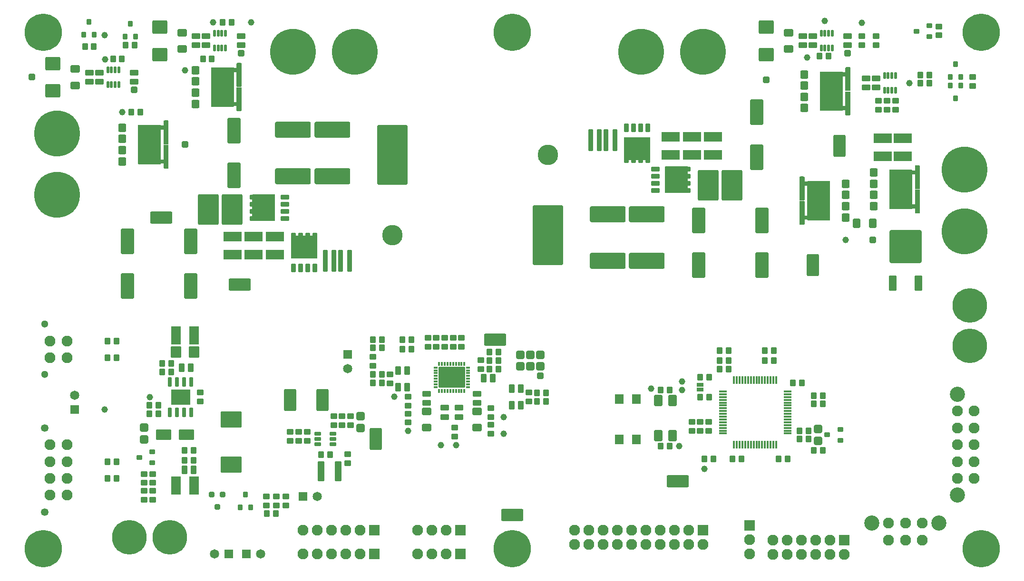
<source format=gts>
G04*
G04 #@! TF.GenerationSoftware,Altium Limited,Altium Designer,24.10.1 (45)*
G04*
G04 Layer_Color=8388736*
%FSLAX25Y25*%
%MOIN*%
G70*
G04*
G04 #@! TF.SameCoordinates,8297811D-FD7C-4D97-94B9-FAC798D6AB2D*
G04*
G04*
G04 #@! TF.FilePolarity,Negative*
G04*
G01*
G75*
G04:AMPARAMS|DCode=62|XSize=49.21mil|YSize=41.34mil|CornerRadius=5.61mil|HoleSize=0mil|Usage=FLASHONLY|Rotation=270.000|XOffset=0mil|YOffset=0mil|HoleType=Round|Shape=RoundedRectangle|*
%AMROUNDEDRECTD62*
21,1,0.04921,0.03012,0,0,270.0*
21,1,0.03799,0.04134,0,0,270.0*
1,1,0.01122,-0.01506,-0.01900*
1,1,0.01122,-0.01506,0.01900*
1,1,0.01122,0.01506,0.01900*
1,1,0.01122,0.01506,-0.01900*
%
%ADD62ROUNDEDRECTD62*%
G04:AMPARAMS|DCode=63|XSize=49.21mil|YSize=41.34mil|CornerRadius=5.61mil|HoleSize=0mil|Usage=FLASHONLY|Rotation=180.000|XOffset=0mil|YOffset=0mil|HoleType=Round|Shape=RoundedRectangle|*
%AMROUNDEDRECTD63*
21,1,0.04921,0.03012,0,0,180.0*
21,1,0.03799,0.04134,0,0,180.0*
1,1,0.01122,-0.01900,0.01506*
1,1,0.01122,0.01900,0.01506*
1,1,0.01122,0.01900,-0.01506*
1,1,0.01122,-0.01900,-0.01506*
%
%ADD63ROUNDEDRECTD63*%
G04:AMPARAMS|DCode=64|XSize=33.86mil|YSize=29.13mil|CornerRadius=5.86mil|HoleSize=0mil|Usage=FLASHONLY|Rotation=270.000|XOffset=0mil|YOffset=0mil|HoleType=Round|Shape=RoundedRectangle|*
%AMROUNDEDRECTD64*
21,1,0.03386,0.01742,0,0,270.0*
21,1,0.02215,0.02913,0,0,270.0*
1,1,0.01171,-0.00871,-0.01107*
1,1,0.01171,-0.00871,0.01107*
1,1,0.01171,0.00871,0.01107*
1,1,0.01171,0.00871,-0.01107*
%
%ADD64ROUNDEDRECTD64*%
G04:AMPARAMS|DCode=65|XSize=33.86mil|YSize=59.92mil|CornerRadius=6.45mil|HoleSize=0mil|Usage=FLASHONLY|Rotation=90.000|XOffset=0mil|YOffset=0mil|HoleType=Round|Shape=RoundedRectangle|*
%AMROUNDEDRECTD65*
21,1,0.03386,0.04703,0,0,90.0*
21,1,0.02097,0.05992,0,0,90.0*
1,1,0.01289,0.02351,0.01048*
1,1,0.01289,0.02351,-0.01048*
1,1,0.01289,-0.02351,-0.01048*
1,1,0.01289,-0.02351,0.01048*
%
%ADD65ROUNDEDRECTD65*%
G04:AMPARAMS|DCode=66|XSize=56.3mil|YSize=57.09mil|CornerRadius=9.25mil|HoleSize=0mil|Usage=FLASHONLY|Rotation=0.000|XOffset=0mil|YOffset=0mil|HoleType=Round|Shape=RoundedRectangle|*
%AMROUNDEDRECTD66*
21,1,0.05630,0.03858,0,0,0.0*
21,1,0.03780,0.05709,0,0,0.0*
1,1,0.01850,0.01890,-0.01929*
1,1,0.01850,-0.01890,-0.01929*
1,1,0.01850,-0.01890,0.01929*
1,1,0.01850,0.01890,0.01929*
%
%ADD66ROUNDEDRECTD66*%
G04:AMPARAMS|DCode=67|XSize=155.51mil|YSize=84.65mil|CornerRadius=8.86mil|HoleSize=0mil|Usage=FLASHONLY|Rotation=270.000|XOffset=0mil|YOffset=0mil|HoleType=Round|Shape=RoundedRectangle|*
%AMROUNDEDRECTD67*
21,1,0.15551,0.06693,0,0,270.0*
21,1,0.13780,0.08465,0,0,270.0*
1,1,0.01772,-0.03347,-0.06890*
1,1,0.01772,-0.03347,0.06890*
1,1,0.01772,0.03347,0.06890*
1,1,0.01772,0.03347,-0.06890*
%
%ADD67ROUNDEDRECTD67*%
G04:AMPARAMS|DCode=68|XSize=27.56mil|YSize=64.96mil|CornerRadius=4.92mil|HoleSize=0mil|Usage=FLASHONLY|Rotation=0.000|XOffset=0mil|YOffset=0mil|HoleType=Round|Shape=RoundedRectangle|*
%AMROUNDEDRECTD68*
21,1,0.02756,0.05512,0,0,0.0*
21,1,0.01772,0.06496,0,0,0.0*
1,1,0.00984,0.00886,-0.02756*
1,1,0.00984,-0.00886,-0.02756*
1,1,0.00984,-0.00886,0.02756*
1,1,0.00984,0.00886,0.02756*
%
%ADD68ROUNDEDRECTD68*%
G04:AMPARAMS|DCode=69|XSize=148.82mil|YSize=215.75mil|CornerRadius=13.67mil|HoleSize=0mil|Usage=FLASHONLY|Rotation=180.000|XOffset=0mil|YOffset=0mil|HoleType=Round|Shape=RoundedRectangle|*
%AMROUNDEDRECTD69*
21,1,0.14882,0.18840,0,0,180.0*
21,1,0.12148,0.21575,0,0,180.0*
1,1,0.02734,-0.06074,0.09420*
1,1,0.02734,0.06074,0.09420*
1,1,0.02734,0.06074,-0.09420*
1,1,0.02734,-0.06074,-0.09420*
%
%ADD69ROUNDEDRECTD69*%
G04:AMPARAMS|DCode=70|XSize=33.86mil|YSize=59.92mil|CornerRadius=6.45mil|HoleSize=0mil|Usage=FLASHONLY|Rotation=180.000|XOffset=0mil|YOffset=0mil|HoleType=Round|Shape=RoundedRectangle|*
%AMROUNDEDRECTD70*
21,1,0.03386,0.04703,0,0,180.0*
21,1,0.02097,0.05992,0,0,180.0*
1,1,0.01289,-0.01048,0.02351*
1,1,0.01289,0.01048,0.02351*
1,1,0.01289,0.01048,-0.02351*
1,1,0.01289,-0.01048,-0.02351*
%
%ADD70ROUNDEDRECTD70*%
G04:AMPARAMS|DCode=71|XSize=33.86mil|YSize=29.13mil|CornerRadius=5.86mil|HoleSize=0mil|Usage=FLASHONLY|Rotation=0.000|XOffset=0mil|YOffset=0mil|HoleType=Round|Shape=RoundedRectangle|*
%AMROUNDEDRECTD71*
21,1,0.03386,0.01742,0,0,0.0*
21,1,0.02215,0.02913,0,0,0.0*
1,1,0.01171,0.01107,-0.00871*
1,1,0.01171,-0.01107,-0.00871*
1,1,0.01171,-0.01107,0.00871*
1,1,0.01171,0.01107,0.00871*
%
%ADD71ROUNDEDRECTD71*%
G04:AMPARAMS|DCode=72|XSize=92.52mil|YSize=179.13mil|CornerRadius=9.45mil|HoleSize=0mil|Usage=FLASHONLY|Rotation=180.000|XOffset=0mil|YOffset=0mil|HoleType=Round|Shape=RoundedRectangle|*
%AMROUNDEDRECTD72*
21,1,0.09252,0.16024,0,0,180.0*
21,1,0.07362,0.17913,0,0,180.0*
1,1,0.01890,-0.03681,0.08012*
1,1,0.01890,0.03681,0.08012*
1,1,0.01890,0.03681,-0.08012*
1,1,0.01890,-0.03681,-0.08012*
%
%ADD72ROUNDEDRECTD72*%
G04:AMPARAMS|DCode=73|XSize=155.51mil|YSize=84.65mil|CornerRadius=8.86mil|HoleSize=0mil|Usage=FLASHONLY|Rotation=180.000|XOffset=0mil|YOffset=0mil|HoleType=Round|Shape=RoundedRectangle|*
%AMROUNDEDRECTD73*
21,1,0.15551,0.06693,0,0,180.0*
21,1,0.13780,0.08465,0,0,180.0*
1,1,0.01772,-0.06890,0.03347*
1,1,0.01772,0.06890,0.03347*
1,1,0.01772,0.06890,-0.03347*
1,1,0.01772,-0.06890,-0.03347*
%
%ADD73ROUNDEDRECTD73*%
G04:AMPARAMS|DCode=74|XSize=112.21mil|YSize=250mil|CornerRadius=10.93mil|HoleSize=0mil|Usage=FLASHONLY|Rotation=270.000|XOffset=0mil|YOffset=0mil|HoleType=Round|Shape=RoundedRectangle|*
%AMROUNDEDRECTD74*
21,1,0.11221,0.22815,0,0,270.0*
21,1,0.09035,0.25000,0,0,270.0*
1,1,0.02185,-0.11408,-0.04518*
1,1,0.02185,-0.11408,0.04518*
1,1,0.02185,0.11408,0.04518*
1,1,0.02185,0.11408,-0.04518*
%
%ADD74ROUNDEDRECTD74*%
G04:AMPARAMS|DCode=75|XSize=31.5mil|YSize=43.31mil|CornerRadius=6.15mil|HoleSize=0mil|Usage=FLASHONLY|Rotation=180.000|XOffset=0mil|YOffset=0mil|HoleType=Round|Shape=RoundedRectangle|*
%AMROUNDEDRECTD75*
21,1,0.03150,0.03100,0,0,180.0*
21,1,0.01919,0.04331,0,0,180.0*
1,1,0.01230,-0.00960,0.01550*
1,1,0.01230,0.00960,0.01550*
1,1,0.01230,0.00960,-0.01550*
1,1,0.01230,-0.00960,-0.01550*
%
%ADD75ROUNDEDRECTD75*%
G04:AMPARAMS|DCode=76|XSize=31.5mil|YSize=43.31mil|CornerRadius=6.15mil|HoleSize=0mil|Usage=FLASHONLY|Rotation=270.000|XOffset=0mil|YOffset=0mil|HoleType=Round|Shape=RoundedRectangle|*
%AMROUNDEDRECTD76*
21,1,0.03150,0.03100,0,0,270.0*
21,1,0.01919,0.04331,0,0,270.0*
1,1,0.01230,-0.01550,-0.00960*
1,1,0.01230,-0.01550,0.00960*
1,1,0.01230,0.01550,0.00960*
1,1,0.01230,0.01550,-0.00960*
%
%ADD76ROUNDEDRECTD76*%
G04:AMPARAMS|DCode=77|XSize=49.21mil|YSize=41.34mil|CornerRadius=6.5mil|HoleSize=0mil|Usage=FLASHONLY|Rotation=90.000|XOffset=0mil|YOffset=0mil|HoleType=Round|Shape=RoundedRectangle|*
%AMROUNDEDRECTD77*
21,1,0.04921,0.02835,0,0,90.0*
21,1,0.03622,0.04134,0,0,90.0*
1,1,0.01299,0.01417,0.01811*
1,1,0.01299,0.01417,-0.01811*
1,1,0.01299,-0.01417,-0.01811*
1,1,0.01299,-0.01417,0.01811*
%
%ADD77ROUNDEDRECTD77*%
G04:AMPARAMS|DCode=78|XSize=68.9mil|YSize=61.02mil|CornerRadius=7.09mil|HoleSize=0mil|Usage=FLASHONLY|Rotation=90.000|XOffset=0mil|YOffset=0mil|HoleType=Round|Shape=RoundedRectangle|*
%AMROUNDEDRECTD78*
21,1,0.06890,0.04685,0,0,90.0*
21,1,0.05472,0.06102,0,0,90.0*
1,1,0.01417,0.02343,0.02736*
1,1,0.01417,0.02343,-0.02736*
1,1,0.01417,-0.02343,-0.02736*
1,1,0.01417,-0.02343,0.02736*
%
%ADD78ROUNDEDRECTD78*%
G04:AMPARAMS|DCode=79|XSize=110.24mil|YSize=147.64mil|CornerRadius=4.92mil|HoleSize=0mil|Usage=FLASHONLY|Rotation=270.000|XOffset=0mil|YOffset=0mil|HoleType=Round|Shape=RoundedRectangle|*
%AMROUNDEDRECTD79*
21,1,0.11024,0.13780,0,0,270.0*
21,1,0.10039,0.14764,0,0,270.0*
1,1,0.00984,-0.06890,-0.05020*
1,1,0.00984,-0.06890,0.05020*
1,1,0.00984,0.06890,0.05020*
1,1,0.00984,0.06890,-0.05020*
%
%ADD79ROUNDEDRECTD79*%
G04:AMPARAMS|DCode=80|XSize=57.09mil|YSize=57.09mil|CornerRadius=8.07mil|HoleSize=0mil|Usage=FLASHONLY|Rotation=270.000|XOffset=0mil|YOffset=0mil|HoleType=Round|Shape=RoundedRectangle|*
%AMROUNDEDRECTD80*
21,1,0.05709,0.04095,0,0,270.0*
21,1,0.04095,0.05709,0,0,270.0*
1,1,0.01614,-0.02047,-0.02047*
1,1,0.01614,-0.02047,0.02047*
1,1,0.01614,0.02047,0.02047*
1,1,0.01614,0.02047,-0.02047*
%
%ADD80ROUNDEDRECTD80*%
G04:AMPARAMS|DCode=81|XSize=37.4mil|YSize=41.34mil|CornerRadius=6.89mil|HoleSize=0mil|Usage=FLASHONLY|Rotation=0.000|XOffset=0mil|YOffset=0mil|HoleType=Round|Shape=RoundedRectangle|*
%AMROUNDEDRECTD81*
21,1,0.03740,0.02756,0,0,0.0*
21,1,0.02362,0.04134,0,0,0.0*
1,1,0.01378,0.01181,-0.01378*
1,1,0.01378,-0.01181,-0.01378*
1,1,0.01378,-0.01181,0.01378*
1,1,0.01378,0.01181,0.01378*
%
%ADD81ROUNDEDRECTD81*%
G04:AMPARAMS|DCode=82|XSize=78.74mil|YSize=59.06mil|CornerRadius=8.86mil|HoleSize=0mil|Usage=FLASHONLY|Rotation=270.000|XOffset=0mil|YOffset=0mil|HoleType=Round|Shape=RoundedRectangle|*
%AMROUNDEDRECTD82*
21,1,0.07874,0.04134,0,0,270.0*
21,1,0.06102,0.05906,0,0,270.0*
1,1,0.01772,-0.02067,-0.03051*
1,1,0.01772,-0.02067,0.03051*
1,1,0.01772,0.02067,0.03051*
1,1,0.01772,0.02067,-0.03051*
%
%ADD82ROUNDEDRECTD82*%
%ADD83C,0.04528*%
G04:AMPARAMS|DCode=84|XSize=26.57mil|YSize=48.82mil|CornerRadius=3.67mil|HoleSize=0mil|Usage=FLASHONLY|Rotation=90.000|XOffset=0mil|YOffset=0mil|HoleType=Round|Shape=RoundedRectangle|*
%AMROUNDEDRECTD84*
21,1,0.02657,0.04149,0,0,90.0*
21,1,0.01924,0.04882,0,0,90.0*
1,1,0.00733,0.02074,0.00962*
1,1,0.00733,0.02074,-0.00962*
1,1,0.00733,-0.02074,-0.00962*
1,1,0.00733,-0.02074,0.00962*
%
%ADD84ROUNDEDRECTD84*%
G04:AMPARAMS|DCode=85|XSize=15.75mil|YSize=51.18mil|CornerRadius=3.45mil|HoleSize=0mil|Usage=FLASHONLY|Rotation=90.000|XOffset=0mil|YOffset=0mil|HoleType=Round|Shape=RoundedRectangle|*
%AMROUNDEDRECTD85*
21,1,0.01575,0.04429,0,0,90.0*
21,1,0.00886,0.05118,0,0,90.0*
1,1,0.00689,0.02215,0.00443*
1,1,0.00689,0.02215,-0.00443*
1,1,0.00689,-0.02215,-0.00443*
1,1,0.00689,-0.02215,0.00443*
%
%ADD85ROUNDEDRECTD85*%
G04:AMPARAMS|DCode=86|XSize=15.75mil|YSize=51.18mil|CornerRadius=3.45mil|HoleSize=0mil|Usage=FLASHONLY|Rotation=0.000|XOffset=0mil|YOffset=0mil|HoleType=Round|Shape=RoundedRectangle|*
%AMROUNDEDRECTD86*
21,1,0.01575,0.04429,0,0,0.0*
21,1,0.00886,0.05118,0,0,0.0*
1,1,0.00689,0.00443,-0.02215*
1,1,0.00689,-0.00443,-0.02215*
1,1,0.00689,-0.00443,0.02215*
1,1,0.00689,0.00443,0.02215*
%
%ADD86ROUNDEDRECTD86*%
G04:AMPARAMS|DCode=87|XSize=49.21mil|YSize=41.34mil|CornerRadius=6.5mil|HoleSize=0mil|Usage=FLASHONLY|Rotation=0.000|XOffset=0mil|YOffset=0mil|HoleType=Round|Shape=RoundedRectangle|*
%AMROUNDEDRECTD87*
21,1,0.04921,0.02835,0,0,0.0*
21,1,0.03622,0.04134,0,0,0.0*
1,1,0.01299,0.01811,-0.01417*
1,1,0.01299,-0.01811,-0.01417*
1,1,0.01299,-0.01811,0.01417*
1,1,0.01299,0.01811,0.01417*
%
%ADD87ROUNDEDRECTD87*%
G04:AMPARAMS|DCode=88|XSize=49.21mil|YSize=139.76mil|CornerRadius=4.92mil|HoleSize=0mil|Usage=FLASHONLY|Rotation=0.000|XOffset=0mil|YOffset=0mil|HoleType=Round|Shape=RoundedRectangle|*
%AMROUNDEDRECTD88*
21,1,0.04921,0.12992,0,0,0.0*
21,1,0.03937,0.13976,0,0,0.0*
1,1,0.00984,0.01968,-0.06496*
1,1,0.00984,-0.01968,-0.06496*
1,1,0.00984,-0.01968,0.06496*
1,1,0.00984,0.01968,0.06496*
%
%ADD88ROUNDEDRECTD88*%
G04:AMPARAMS|DCode=89|XSize=68.9mil|YSize=129.92mil|CornerRadius=7.68mil|HoleSize=0mil|Usage=FLASHONLY|Rotation=0.000|XOffset=0mil|YOffset=0mil|HoleType=Round|Shape=RoundedRectangle|*
%AMROUNDEDRECTD89*
21,1,0.06890,0.11457,0,0,0.0*
21,1,0.05354,0.12992,0,0,0.0*
1,1,0.01535,0.02677,-0.05728*
1,1,0.01535,-0.02677,-0.05728*
1,1,0.01535,-0.02677,0.05728*
1,1,0.01535,0.02677,0.05728*
%
%ADD89ROUNDEDRECTD89*%
G04:AMPARAMS|DCode=90|XSize=61.02mil|YSize=41.34mil|CornerRadius=5.61mil|HoleSize=0mil|Usage=FLASHONLY|Rotation=90.000|XOffset=0mil|YOffset=0mil|HoleType=Round|Shape=RoundedRectangle|*
%AMROUNDEDRECTD90*
21,1,0.06102,0.03012,0,0,90.0*
21,1,0.04980,0.04134,0,0,90.0*
1,1,0.01122,0.01506,0.02490*
1,1,0.01122,0.01506,-0.02490*
1,1,0.01122,-0.01506,-0.02490*
1,1,0.01122,-0.01506,0.02490*
%
%ADD90ROUNDEDRECTD90*%
G04:AMPARAMS|DCode=91|XSize=29.53mil|YSize=45.28mil|CornerRadius=4.96mil|HoleSize=0mil|Usage=FLASHONLY|Rotation=270.000|XOffset=0mil|YOffset=0mil|HoleType=Round|Shape=RoundedRectangle|*
%AMROUNDEDRECTD91*
21,1,0.02953,0.03535,0,0,270.0*
21,1,0.01961,0.04528,0,0,270.0*
1,1,0.00992,-0.01768,-0.00980*
1,1,0.00992,-0.01768,0.00980*
1,1,0.00992,0.01768,0.00980*
1,1,0.00992,0.01768,-0.00980*
%
%ADD91ROUNDEDRECTD91*%
G04:AMPARAMS|DCode=92|XSize=55.12mil|YSize=108.27mil|CornerRadius=6.64mil|HoleSize=0mil|Usage=FLASHONLY|Rotation=0.000|XOffset=0mil|YOffset=0mil|HoleType=Round|Shape=RoundedRectangle|*
%AMROUNDEDRECTD92*
21,1,0.05512,0.09498,0,0,0.0*
21,1,0.04183,0.10827,0,0,0.0*
1,1,0.01329,0.02092,-0.04749*
1,1,0.01329,-0.02092,-0.04749*
1,1,0.01329,-0.02092,0.04749*
1,1,0.01329,0.02092,0.04749*
%
%ADD92ROUNDEDRECTD92*%
G04:AMPARAMS|DCode=93|XSize=224.41mil|YSize=230.32mil|CornerRadius=8.41mil|HoleSize=0mil|Usage=FLASHONLY|Rotation=0.000|XOffset=0mil|YOffset=0mil|HoleType=Round|Shape=RoundedRectangle|*
%AMROUNDEDRECTD93*
21,1,0.22441,0.21348,0,0,0.0*
21,1,0.20758,0.23032,0,0,0.0*
1,1,0.01683,0.10379,-0.10674*
1,1,0.01683,-0.10379,-0.10674*
1,1,0.01683,-0.10379,0.10674*
1,1,0.01683,0.10379,0.10674*
%
%ADD93ROUNDEDRECTD93*%
G04:AMPARAMS|DCode=94|XSize=61.02mil|YSize=41.34mil|CornerRadius=5.61mil|HoleSize=0mil|Usage=FLASHONLY|Rotation=180.000|XOffset=0mil|YOffset=0mil|HoleType=Round|Shape=RoundedRectangle|*
%AMROUNDEDRECTD94*
21,1,0.06102,0.03012,0,0,180.0*
21,1,0.04980,0.04134,0,0,180.0*
1,1,0.01122,-0.02490,0.01506*
1,1,0.01122,0.02490,0.01506*
1,1,0.01122,0.02490,-0.01506*
1,1,0.01122,-0.02490,-0.01506*
%
%ADD94ROUNDEDRECTD94*%
G04:AMPARAMS|DCode=95|XSize=68.9mil|YSize=129.92mil|CornerRadius=7.68mil|HoleSize=0mil|Usage=FLASHONLY|Rotation=90.000|XOffset=0mil|YOffset=0mil|HoleType=Round|Shape=RoundedRectangle|*
%AMROUNDEDRECTD95*
21,1,0.06890,0.11457,0,0,90.0*
21,1,0.05354,0.12992,0,0,90.0*
1,1,0.01535,0.05728,0.02677*
1,1,0.01535,0.05728,-0.02677*
1,1,0.01535,-0.05728,-0.02677*
1,1,0.01535,-0.05728,0.02677*
%
%ADD95ROUNDEDRECTD95*%
G04:AMPARAMS|DCode=96|XSize=80.71mil|YSize=74.8mil|CornerRadius=9.84mil|HoleSize=0mil|Usage=FLASHONLY|Rotation=270.000|XOffset=0mil|YOffset=0mil|HoleType=Round|Shape=RoundedRectangle|*
%AMROUNDEDRECTD96*
21,1,0.08071,0.05512,0,0,270.0*
21,1,0.06102,0.07480,0,0,270.0*
1,1,0.01968,-0.02756,-0.03051*
1,1,0.01968,-0.02756,0.03051*
1,1,0.01968,0.02756,0.03051*
1,1,0.01968,0.02756,-0.03051*
%
%ADD96ROUNDEDRECTD96*%
G04:AMPARAMS|DCode=97|XSize=104.33mil|YSize=72.84mil|CornerRadius=4.92mil|HoleSize=0mil|Usage=FLASHONLY|Rotation=180.000|XOffset=0mil|YOffset=0mil|HoleType=Round|Shape=RoundedRectangle|*
%AMROUNDEDRECTD97*
21,1,0.10433,0.06299,0,0,180.0*
21,1,0.09449,0.07284,0,0,180.0*
1,1,0.00984,-0.04724,0.03150*
1,1,0.00984,0.04724,0.03150*
1,1,0.00984,0.04724,-0.03150*
1,1,0.00984,-0.04724,-0.03150*
%
%ADD97ROUNDEDRECTD97*%
G04:AMPARAMS|DCode=98|XSize=35.91mil|YSize=151.89mil|CornerRadius=5.2mil|HoleSize=0mil|Usage=FLASHONLY|Rotation=0.000|XOffset=0mil|YOffset=0mil|HoleType=Round|Shape=RoundedRectangle|*
%AMROUNDEDRECTD98*
21,1,0.03591,0.14148,0,0,0.0*
21,1,0.02550,0.15189,0,0,0.0*
1,1,0.01041,0.01275,-0.07074*
1,1,0.01041,-0.01275,-0.07074*
1,1,0.01041,-0.01275,0.07074*
1,1,0.01041,0.01275,0.07074*
%
%ADD98ROUNDEDRECTD98*%
G04:AMPARAMS|DCode=99|XSize=53.15mil|YSize=64.96mil|CornerRadius=6.5mil|HoleSize=0mil|Usage=FLASHONLY|Rotation=270.000|XOffset=0mil|YOffset=0mil|HoleType=Round|Shape=RoundedRectangle|*
%AMROUNDEDRECTD99*
21,1,0.05315,0.05197,0,0,270.0*
21,1,0.04016,0.06496,0,0,270.0*
1,1,0.01299,-0.02598,-0.02008*
1,1,0.01299,-0.02598,0.02008*
1,1,0.01299,0.02598,0.02008*
1,1,0.01299,0.02598,-0.02008*
%
%ADD99ROUNDEDRECTD99*%
G04:AMPARAMS|DCode=100|XSize=145.67mil|YSize=185.04mil|CornerRadius=3.94mil|HoleSize=0mil|Usage=FLASHONLY|Rotation=270.000|XOffset=0mil|YOffset=0mil|HoleType=Round|Shape=RoundedRectangle|*
%AMROUNDEDRECTD100*
21,1,0.14567,0.17717,0,0,270.0*
21,1,0.13780,0.18504,0,0,270.0*
1,1,0.00787,-0.08858,-0.06890*
1,1,0.00787,-0.08858,0.06890*
1,1,0.00787,0.08858,0.06890*
1,1,0.00787,0.08858,-0.06890*
%
%ADD100ROUNDEDRECTD100*%
G04:AMPARAMS|DCode=101|XSize=27.56mil|YSize=13.78mil|CornerRadius=3.2mil|HoleSize=0mil|Usage=FLASHONLY|Rotation=180.000|XOffset=0mil|YOffset=0mil|HoleType=Round|Shape=RoundedRectangle|*
%AMROUNDEDRECTD101*
21,1,0.02756,0.00738,0,0,180.0*
21,1,0.02116,0.01378,0,0,180.0*
1,1,0.00640,-0.01058,0.00369*
1,1,0.00640,0.01058,0.00369*
1,1,0.00640,0.01058,-0.00369*
1,1,0.00640,-0.01058,-0.00369*
%
%ADD101ROUNDEDRECTD101*%
G04:AMPARAMS|DCode=102|XSize=27.56mil|YSize=13.78mil|CornerRadius=3.2mil|HoleSize=0mil|Usage=FLASHONLY|Rotation=90.000|XOffset=0mil|YOffset=0mil|HoleType=Round|Shape=RoundedRectangle|*
%AMROUNDEDRECTD102*
21,1,0.02756,0.00738,0,0,90.0*
21,1,0.02116,0.01378,0,0,90.0*
1,1,0.00640,0.00369,0.01058*
1,1,0.00640,0.00369,-0.01058*
1,1,0.00640,-0.00369,-0.01058*
1,1,0.00640,-0.00369,0.01058*
%
%ADD102ROUNDEDRECTD102*%
G04:AMPARAMS|DCode=103|XSize=21.65mil|YSize=45.28mil|CornerRadius=4.18mil|HoleSize=0mil|Usage=FLASHONLY|Rotation=0.000|XOffset=0mil|YOffset=0mil|HoleType=Round|Shape=RoundedRectangle|*
%AMROUNDEDRECTD103*
21,1,0.02165,0.03691,0,0,0.0*
21,1,0.01329,0.04528,0,0,0.0*
1,1,0.00837,0.00664,-0.01846*
1,1,0.00837,-0.00664,-0.01846*
1,1,0.00837,-0.00664,0.01846*
1,1,0.00837,0.00664,0.01846*
%
%ADD103ROUNDEDRECTD103*%
G04:AMPARAMS|DCode=104|XSize=53.15mil|YSize=64.96mil|CornerRadius=6.5mil|HoleSize=0mil|Usage=FLASHONLY|Rotation=0.000|XOffset=0mil|YOffset=0mil|HoleType=Round|Shape=RoundedRectangle|*
%AMROUNDEDRECTD104*
21,1,0.05315,0.05197,0,0,0.0*
21,1,0.04016,0.06496,0,0,0.0*
1,1,0.01299,0.02008,-0.02598*
1,1,0.01299,-0.02008,-0.02598*
1,1,0.01299,-0.02008,0.02598*
1,1,0.01299,0.02008,0.02598*
%
%ADD104ROUNDEDRECTD104*%
G04:AMPARAMS|DCode=105|XSize=45.28mil|YSize=45.28mil|CornerRadius=6.89mil|HoleSize=0mil|Usage=FLASHONLY|Rotation=0.000|XOffset=0mil|YOffset=0mil|HoleType=Round|Shape=RoundedRectangle|*
%AMROUNDEDRECTD105*
21,1,0.04528,0.03150,0,0,0.0*
21,1,0.03150,0.04528,0,0,0.0*
1,1,0.01378,0.01575,-0.01575*
1,1,0.01378,-0.01575,-0.01575*
1,1,0.01378,-0.01575,0.01575*
1,1,0.01378,0.01575,0.01575*
%
%ADD105ROUNDEDRECTD105*%
G04:AMPARAMS|DCode=106|XSize=96.46mil|YSize=104.33mil|CornerRadius=9.74mil|HoleSize=0mil|Usage=FLASHONLY|Rotation=90.000|XOffset=0mil|YOffset=0mil|HoleType=Round|Shape=RoundedRectangle|*
%AMROUNDEDRECTD106*
21,1,0.09646,0.08484,0,0,90.0*
21,1,0.07697,0.10433,0,0,90.0*
1,1,0.01949,0.04242,0.03848*
1,1,0.01949,0.04242,-0.03848*
1,1,0.01949,-0.04242,-0.03848*
1,1,0.01949,-0.04242,0.03848*
%
%ADD106ROUNDEDRECTD106*%
G04:AMPARAMS|DCode=107|XSize=45.28mil|YSize=45.28mil|CornerRadius=6.89mil|HoleSize=0mil|Usage=FLASHONLY|Rotation=90.000|XOffset=0mil|YOffset=0mil|HoleType=Round|Shape=RoundedRectangle|*
%AMROUNDEDRECTD107*
21,1,0.04528,0.03150,0,0,90.0*
21,1,0.03150,0.04528,0,0,90.0*
1,1,0.01378,0.01575,0.01575*
1,1,0.01378,0.01575,-0.01575*
1,1,0.01378,-0.01575,-0.01575*
1,1,0.01378,-0.01575,0.01575*
%
%ADD107ROUNDEDRECTD107*%
%ADD108C,0.07677*%
%ADD109R,0.07677X0.07677*%
%ADD110R,0.06496X0.06496*%
%ADD111C,0.06496*%
%ADD112R,0.06496X0.06496*%
%ADD113C,0.32087*%
%ADD114C,0.24213*%
%ADD115C,0.05315*%
%ADD116C,0.05118*%
G04:AMPARAMS|DCode=117|XSize=419.29mil|YSize=210.63mil|CornerRadius=8.07mil|HoleSize=0mil|Usage=FLASHONLY|Rotation=270.000|XOffset=0mil|YOffset=0mil|HoleType=Round|Shape=RoundedRectangle|*
%AMROUNDEDRECTD117*
21,1,0.41929,0.19449,0,0,270.0*
21,1,0.40315,0.21063,0,0,270.0*
1,1,0.01614,-0.09724,-0.20157*
1,1,0.01614,-0.09724,0.20157*
1,1,0.01614,0.09724,0.20157*
1,1,0.01614,0.09724,-0.20157*
%
%ADD117ROUNDEDRECTD117*%
%ADD118C,0.14370*%
%ADD119C,0.10630*%
%ADD120R,0.07677X0.07677*%
%ADD121C,0.26181*%
G36*
X154245Y356500D02*
X154296Y356490D01*
X154313Y356484D01*
X154346Y356473D01*
X154346Y356473D01*
X154490Y356413D01*
X154491Y356413D01*
X154538Y356390D01*
X154581Y356360D01*
X154621Y356326D01*
X154731Y356215D01*
X154731Y356215D01*
X154766Y356176D01*
X154795Y356132D01*
X154818Y356085D01*
X154878Y355940D01*
X154878Y355940D01*
X154889Y355908D01*
X154895Y355891D01*
X154905Y355839D01*
X154909Y355787D01*
Y355787D01*
D01*
Y355709D01*
Y340158D01*
X154905Y340105D01*
X154895Y340054D01*
X154878Y340004D01*
X154855Y339957D01*
X154826Y339913D01*
X154791Y339874D01*
X154752Y339839D01*
X154708Y339810D01*
X154661Y339787D01*
X154612Y339770D01*
X154560Y339760D01*
X154508Y339757D01*
X151752D01*
X151700Y339760D01*
X151648Y339770D01*
X151599Y339787D01*
X151551Y339810D01*
X151508Y339839D01*
X151469Y339874D01*
X151434Y339913D01*
X151405Y339957D01*
X151382Y340004D01*
X151365Y340054D01*
X151355Y340105D01*
X151351Y340158D01*
Y350036D01*
X149436D01*
Y329098D01*
X151351D01*
Y338976D01*
X151355Y339029D01*
X151365Y339080D01*
X151382Y339130D01*
X151405Y339177D01*
X151434Y339220D01*
X151469Y339260D01*
X151508Y339294D01*
X151551Y339323D01*
X151599Y339347D01*
X151648Y339364D01*
X151700Y339374D01*
X151752Y339377D01*
X154508D01*
X154560Y339374D01*
X154612Y339364D01*
X154661Y339347D01*
X154708Y339323D01*
X154752Y339294D01*
X154791Y339260D01*
X154826Y339220D01*
X154855Y339177D01*
X154878Y339130D01*
X154895Y339080D01*
X154905Y339029D01*
X154909Y338976D01*
Y323425D01*
Y323347D01*
D01*
Y323347D01*
X154905Y323295D01*
X154895Y323243D01*
X154889Y323226D01*
X154878Y323194D01*
X154878Y323193D01*
X154818Y323049D01*
X154818Y323049D01*
X154795Y323002D01*
X154766Y322958D01*
X154731Y322919D01*
X154621Y322808D01*
X154621Y322808D01*
X154581Y322773D01*
X154538Y322744D01*
X154491Y322721D01*
X154346Y322661D01*
X154346Y322661D01*
X154313Y322650D01*
X154296Y322644D01*
X154245Y322634D01*
X154192Y322631D01*
D01*
X154192D01*
X152067D01*
D01*
X152067D01*
X152015Y322634D01*
X151964Y322644D01*
X151947Y322650D01*
X151914Y322661D01*
X151914Y322661D01*
X151769Y322721D01*
X151769Y322721D01*
X151722Y322744D01*
X151679Y322773D01*
X151639Y322808D01*
X151529Y322919D01*
X151528Y322919D01*
X151508Y322942D01*
X151494Y322958D01*
X151465Y323002D01*
X151465Y323002D01*
D01*
X151442Y323049D01*
X151382Y323193D01*
X151382Y323194D01*
X151365Y323243D01*
X151355Y323295D01*
X151351Y323347D01*
Y323425D01*
Y326194D01*
X149436D01*
Y326142D01*
X149433Y326089D01*
X149423Y326038D01*
X149406Y325988D01*
X149383Y325941D01*
X149354Y325898D01*
X149319Y325858D01*
X149279Y325824D01*
X149236Y325795D01*
X149189Y325771D01*
X149139Y325754D01*
X149088Y325744D01*
X149035Y325741D01*
X133878D01*
X133826Y325744D01*
X133774Y325754D01*
X133725Y325771D01*
X133677Y325795D01*
X133634Y325824D01*
X133595Y325858D01*
X133560Y325898D01*
X133531Y325941D01*
X133508Y325988D01*
X133491Y326038D01*
X133481Y326089D01*
X133477Y326142D01*
Y352992D01*
X133481Y353044D01*
X133491Y353096D01*
X133508Y353146D01*
X133531Y353192D01*
X133560Y353236D01*
X133595Y353276D01*
X133634Y353310D01*
X133677Y353339D01*
X133725Y353362D01*
X133774Y353379D01*
X133826Y353390D01*
X133878Y353393D01*
X149035D01*
X149088Y353390D01*
X149139Y353379D01*
X149189Y353362D01*
X149236Y353339D01*
X149279Y353310D01*
X149319Y353276D01*
X149354Y353236D01*
X149383Y353192D01*
X149406Y353146D01*
X149423Y353096D01*
X149433Y353044D01*
X149436Y352992D01*
Y352940D01*
X151351D01*
Y355709D01*
Y355787D01*
X151355Y355839D01*
X151365Y355891D01*
X151382Y355940D01*
X151382Y355940D01*
X151442Y356085D01*
X151442Y356085D01*
X151464Y356131D01*
X151465Y356132D01*
D01*
X151465Y356132D01*
X151479Y356154D01*
X151494Y356176D01*
X151528Y356215D01*
X151529Y356215D01*
X151639Y356326D01*
X151639Y356326D01*
X151679Y356360D01*
X151722Y356390D01*
X151769Y356413D01*
X151914Y356473D01*
X151914Y356473D01*
X151947Y356484D01*
X151964Y356490D01*
X152015Y356500D01*
X152067Y356503D01*
X152067D01*
D01*
X154192D01*
D01*
X154192D01*
X154245Y356500D01*
D02*
G37*
G36*
X580918Y353547D02*
X580969Y353537D01*
X580986Y353531D01*
X581019Y353520D01*
X581019Y353520D01*
X581164Y353460D01*
X581164Y353460D01*
X581211Y353437D01*
X581254Y353408D01*
X581294Y353373D01*
X581404Y353262D01*
X581405Y353262D01*
X581439Y353223D01*
X581468Y353179D01*
X581492Y353132D01*
X581551Y352988D01*
X581552Y352988D01*
X581563Y352955D01*
X581568Y352938D01*
X581578Y352887D01*
X581582Y352834D01*
D01*
Y352834D01*
Y352756D01*
Y337205D01*
X581578Y337152D01*
X581568Y337101D01*
X581552Y337051D01*
X581528Y337004D01*
X581499Y336961D01*
X581465Y336921D01*
X581425Y336887D01*
X581382Y336858D01*
X581334Y336834D01*
X581285Y336818D01*
X581233Y336807D01*
X581181Y336804D01*
X578425D01*
X578373Y336807D01*
X578322Y336818D01*
X578272Y336834D01*
X578225Y336858D01*
X578181Y336887D01*
X578142Y336921D01*
X578107Y336961D01*
X578078Y337004D01*
X578055Y337051D01*
X578038Y337101D01*
X578028Y337152D01*
X578024Y337205D01*
Y347083D01*
X576110D01*
Y326145D01*
X578024D01*
Y336024D01*
X578028Y336076D01*
X578038Y336127D01*
X578055Y336177D01*
X578078Y336224D01*
X578107Y336268D01*
X578142Y336307D01*
X578181Y336342D01*
X578225Y336371D01*
X578272Y336394D01*
X578322Y336411D01*
X578373Y336421D01*
X578425Y336424D01*
X581181D01*
X581233Y336421D01*
X581285Y336411D01*
X581334Y336394D01*
X581382Y336371D01*
X581425Y336342D01*
X581465Y336307D01*
X581499Y336268D01*
X581528Y336224D01*
X581552Y336177D01*
X581568Y336127D01*
X581578Y336076D01*
X581582Y336024D01*
Y320472D01*
Y320394D01*
D01*
Y320394D01*
X581578Y320342D01*
X581568Y320290D01*
X581563Y320273D01*
X581552Y320241D01*
X581551Y320241D01*
X581492Y320096D01*
X581492Y320096D01*
X581468Y320049D01*
X581439Y320005D01*
X581405Y319966D01*
X581294Y319855D01*
X581294Y319855D01*
X581254Y319821D01*
X581211Y319792D01*
X581164Y319768D01*
X581019Y319708D01*
X581019Y319708D01*
X580986Y319697D01*
X580969Y319692D01*
X580918Y319681D01*
X580866Y319678D01*
X580866D01*
D01*
X578741D01*
D01*
X578741D01*
X578688Y319681D01*
X578637Y319692D01*
X578620Y319697D01*
X578587Y319708D01*
X578587Y319708D01*
X578443Y319768D01*
X578442Y319768D01*
X578396Y319792D01*
X578352Y319821D01*
X578312Y319855D01*
X578202Y319966D01*
X578202Y319966D01*
X578181Y319990D01*
X578167Y320005D01*
X578138Y320049D01*
X578138Y320049D01*
D01*
X578115Y320096D01*
X578055Y320241D01*
X578055Y320241D01*
X578038Y320290D01*
X578028Y320342D01*
X578024Y320394D01*
Y320472D01*
Y323241D01*
X576110D01*
Y323189D01*
X576106Y323137D01*
X576096Y323085D01*
X576079Y323036D01*
X576056Y322989D01*
X576027Y322945D01*
X575992Y322905D01*
X575953Y322871D01*
X575909Y322842D01*
X575862Y322819D01*
X575812Y322802D01*
X575761Y322792D01*
X575709Y322788D01*
X560551D01*
X560499Y322792D01*
X560447Y322802D01*
X560398Y322819D01*
X560351Y322842D01*
X560307Y322871D01*
X560268Y322905D01*
X560233Y322945D01*
X560204Y322989D01*
X560181Y323036D01*
X560164Y323085D01*
X560154Y323137D01*
X560150Y323189D01*
Y350039D01*
X560154Y350092D01*
X560164Y350143D01*
X560181Y350193D01*
X560204Y350240D01*
X560233Y350283D01*
X560268Y350323D01*
X560307Y350357D01*
X560351Y350387D01*
X560398Y350410D01*
X560447Y350427D01*
X560499Y350437D01*
X560551Y350440D01*
X575709D01*
X575761Y350437D01*
X575812Y350427D01*
X575862Y350410D01*
X575909Y350387D01*
X575953Y350357D01*
X575992Y350323D01*
X576027Y350283D01*
X576056Y350240D01*
X576079Y350193D01*
X576096Y350143D01*
X576106Y350092D01*
X576110Y350039D01*
Y349988D01*
X578024D01*
Y352756D01*
Y352834D01*
X578028Y352887D01*
X578038Y352938D01*
X578055Y352988D01*
X578055Y352988D01*
X578115Y353132D01*
X578115Y353132D01*
X578138Y353179D01*
X578138Y353179D01*
D01*
X578138Y353179D01*
X578153Y353201D01*
X578167Y353223D01*
X578202Y353262D01*
X578202Y353262D01*
X578312Y353373D01*
X578312Y353373D01*
X578352Y353408D01*
X578396Y353437D01*
X578442Y353460D01*
X578587Y353520D01*
X578587Y353520D01*
X578620Y353531D01*
X578637Y353537D01*
X578688Y353547D01*
X578741Y353551D01*
D01*
X578741D01*
X580866D01*
D01*
X580866D01*
X580918Y353547D01*
D02*
G37*
G36*
X103064Y316145D02*
X103115Y316135D01*
X103132Y316129D01*
X103165Y316118D01*
X103165Y316118D01*
X103309Y316058D01*
X103310Y316058D01*
X103357Y316035D01*
X103400Y316006D01*
X103439Y315971D01*
X103550Y315861D01*
X103550Y315861D01*
X103585Y315821D01*
X103614Y315778D01*
X103637Y315731D01*
X103697Y315586D01*
X103697Y315586D01*
X103708Y315553D01*
X103714Y315536D01*
X103724Y315485D01*
X103728Y315433D01*
Y315433D01*
D01*
Y315354D01*
Y299803D01*
X103724Y299751D01*
X103714Y299699D01*
X103697Y299650D01*
X103674Y299603D01*
X103645Y299559D01*
X103610Y299520D01*
X103571Y299485D01*
X103527Y299456D01*
X103480Y299433D01*
X103430Y299416D01*
X103379Y299406D01*
X103327Y299402D01*
X100571D01*
X100519Y299406D01*
X100467Y299416D01*
X100417Y299433D01*
X100370Y299456D01*
X100327Y299485D01*
X100287Y299520D01*
X100253Y299559D01*
X100224Y299603D01*
X100200Y299650D01*
X100184Y299699D01*
X100173Y299751D01*
X100170Y299803D01*
Y309682D01*
X98255D01*
Y288743D01*
X100170D01*
Y298622D01*
X100173Y298674D01*
X100184Y298726D01*
X100200Y298775D01*
X100224Y298822D01*
X100253Y298866D01*
X100287Y298905D01*
X100327Y298940D01*
X100370Y298969D01*
X100417Y298992D01*
X100467Y299009D01*
X100519Y299020D01*
X100571Y299023D01*
X103327D01*
X103379Y299020D01*
X103430Y299009D01*
X103480Y298992D01*
X103527Y298969D01*
X103571Y298940D01*
X103610Y298905D01*
X103645Y298866D01*
X103674Y298822D01*
X103697Y298775D01*
X103714Y298726D01*
X103724Y298674D01*
X103728Y298622D01*
Y283071D01*
Y282993D01*
D01*
Y282993D01*
X103724Y282940D01*
X103714Y282889D01*
X103708Y282872D01*
X103697Y282839D01*
X103697Y282839D01*
X103637Y282695D01*
X103637Y282694D01*
X103614Y282647D01*
X103585Y282604D01*
X103550Y282564D01*
X103440Y282454D01*
X103440Y282454D01*
X103400Y282419D01*
X103357Y282390D01*
X103310Y282367D01*
X103165Y282307D01*
X103165Y282307D01*
X103132Y282296D01*
X103115Y282290D01*
X103064Y282280D01*
X103011Y282276D01*
D01*
X103011D01*
X100886D01*
D01*
X100886D01*
X100834Y282280D01*
X100783Y282290D01*
X100766Y282296D01*
X100733Y282307D01*
X100733Y282307D01*
X100588Y282367D01*
X100588Y282367D01*
X100541Y282390D01*
X100497Y282419D01*
X100458Y282454D01*
X100347Y282564D01*
X100347Y282564D01*
X100327Y282588D01*
X100313Y282604D01*
X100284Y282647D01*
X100284Y282647D01*
D01*
X100260Y282695D01*
X100201Y282839D01*
X100200Y282839D01*
X100184Y282889D01*
X100173Y282940D01*
X100170Y282993D01*
Y283071D01*
Y285839D01*
X98255D01*
Y285787D01*
X98252Y285735D01*
X98242Y285684D01*
X98225Y285634D01*
X98202Y285587D01*
X98172Y285543D01*
X98138Y285504D01*
X98098Y285469D01*
X98055Y285440D01*
X98008Y285417D01*
X97958Y285400D01*
X97907Y285390D01*
X97854Y285386D01*
X82697D01*
X82644Y285390D01*
X82593Y285400D01*
X82543Y285417D01*
X82496Y285440D01*
X82453Y285469D01*
X82413Y285504D01*
X82379Y285543D01*
X82350Y285587D01*
X82327Y285634D01*
X82310Y285684D01*
X82299Y285735D01*
X82296Y285787D01*
Y312638D01*
X82299Y312690D01*
X82310Y312741D01*
X82327Y312791D01*
X82350Y312838D01*
X82379Y312882D01*
X82413Y312921D01*
X82453Y312956D01*
X82496Y312985D01*
X82543Y313008D01*
X82593Y313025D01*
X82644Y313035D01*
X82697Y313039D01*
X97854D01*
X97907Y313035D01*
X97958Y313025D01*
X98008Y313008D01*
X98055Y312985D01*
X98098Y312956D01*
X98138Y312921D01*
X98172Y312882D01*
X98202Y312838D01*
X98225Y312791D01*
X98242Y312741D01*
X98252Y312690D01*
X98255Y312638D01*
Y312586D01*
X100170D01*
Y315354D01*
Y315433D01*
X100173Y315485D01*
X100184Y315536D01*
X100200Y315586D01*
X100201Y315586D01*
X100260Y315731D01*
X100260Y315731D01*
X100283Y315777D01*
X100284Y315778D01*
D01*
X100284Y315778D01*
X100298Y315800D01*
X100313Y315821D01*
X100347Y315861D01*
X100347Y315861D01*
X100458Y315971D01*
X100458Y315971D01*
X100497Y316006D01*
X100541Y316035D01*
X100588Y316058D01*
X100733Y316118D01*
X100733Y316118D01*
X100766Y316129D01*
X100783Y316135D01*
X100834Y316145D01*
X100886Y316149D01*
X100886D01*
D01*
X103011D01*
D01*
X103011D01*
X103064Y316145D01*
D02*
G37*
G36*
X441031Y304363D02*
X441076Y304353D01*
X441119Y304335D01*
X441158Y304310D01*
X441194Y304280D01*
X441224Y304245D01*
X441248Y304205D01*
X441266Y304162D01*
X441277Y304117D01*
X441280Y304071D01*
Y288583D01*
X441277Y288536D01*
X441266Y288491D01*
X441248Y288448D01*
X441224Y288409D01*
X441194Y288373D01*
X441158Y288343D01*
X441119Y288319D01*
X441076Y288301D01*
X441031Y288290D01*
X440984Y288286D01*
X423189D01*
X423143Y288290D01*
X423097Y288301D01*
X423055Y288319D01*
X423015Y288343D01*
X422979Y288373D01*
X422949Y288409D01*
X422925Y288448D01*
X422907Y288491D01*
X422896Y288536D01*
X422893Y288583D01*
Y304071D01*
X422896Y304117D01*
X422907Y304162D01*
X422925Y304205D01*
X422949Y304245D01*
X422979Y304280D01*
X423015Y304310D01*
X423055Y304335D01*
X423097Y304353D01*
X423143Y304363D01*
X423189Y304367D01*
X440984D01*
X441031Y304363D01*
D02*
G37*
G36*
X629638Y284649D02*
X629690Y284639D01*
X629707Y284633D01*
X629740Y284622D01*
X629740Y284622D01*
X629884Y284562D01*
X629884Y284562D01*
X629931Y284539D01*
X629975Y284510D01*
X630014Y284475D01*
X630125Y284365D01*
X630125Y284365D01*
X630160Y284325D01*
X630189Y284282D01*
X630212Y284235D01*
X630272Y284090D01*
X630272Y284090D01*
X630283Y284057D01*
X630289Y284040D01*
X630299Y283989D01*
X630302Y283937D01*
D01*
Y283937D01*
Y283858D01*
Y268307D01*
X630299Y268255D01*
X630289Y268203D01*
X630272Y268154D01*
X630249Y268107D01*
X630220Y268063D01*
X630185Y268024D01*
X630146Y267989D01*
X630102Y267960D01*
X630055Y267937D01*
X630005Y267920D01*
X629954Y267910D01*
X629902Y267906D01*
X627146D01*
X627093Y267910D01*
X627042Y267920D01*
X626992Y267937D01*
X626945Y267960D01*
X626902Y267989D01*
X626862Y268024D01*
X626828Y268063D01*
X626798Y268107D01*
X626775Y268154D01*
X626758Y268203D01*
X626748Y268255D01*
X626745Y268307D01*
Y278186D01*
X624830D01*
Y257247D01*
X626745D01*
Y267126D01*
X626748Y267178D01*
X626758Y267230D01*
X626775Y267279D01*
X626798Y267326D01*
X626828Y267370D01*
X626862Y267409D01*
X626902Y267444D01*
X626945Y267473D01*
X626992Y267496D01*
X627042Y267513D01*
X627093Y267523D01*
X627146Y267527D01*
X629902D01*
X629954Y267523D01*
X630005Y267513D01*
X630055Y267496D01*
X630102Y267473D01*
X630146Y267444D01*
X630185Y267409D01*
X630220Y267370D01*
X630249Y267326D01*
X630272Y267279D01*
X630289Y267230D01*
X630299Y267178D01*
X630302Y267126D01*
Y251575D01*
Y251497D01*
D01*
Y251497D01*
X630299Y251444D01*
X630289Y251393D01*
X630283Y251376D01*
X630272Y251343D01*
X630272Y251343D01*
X630212Y251199D01*
X630212Y251198D01*
X630189Y251151D01*
X630160Y251108D01*
X630125Y251068D01*
X630014Y250958D01*
X630014Y250958D01*
X629975Y250923D01*
X629931Y250894D01*
X629884Y250871D01*
X629740Y250811D01*
X629740Y250811D01*
X629707Y250800D01*
X629690Y250794D01*
X629638Y250784D01*
X629586Y250780D01*
X629586D01*
D01*
X627461D01*
D01*
X627461D01*
X627409Y250784D01*
X627357Y250794D01*
X627341Y250800D01*
X627308Y250811D01*
X627308Y250811D01*
X627163Y250871D01*
X627163Y250871D01*
X627116Y250894D01*
X627072Y250923D01*
X627033Y250958D01*
X626922Y251068D01*
X626922Y251068D01*
X626901Y251092D01*
X626888Y251108D01*
X626859Y251151D01*
X626859Y251151D01*
D01*
X626835Y251198D01*
X626775Y251343D01*
X626775Y251343D01*
X626758Y251393D01*
X626748Y251444D01*
X626745Y251497D01*
Y251575D01*
Y254343D01*
X624830D01*
Y254291D01*
X624827Y254239D01*
X624816Y254188D01*
X624799Y254138D01*
X624776Y254091D01*
X624747Y254047D01*
X624713Y254008D01*
X624673Y253973D01*
X624630Y253944D01*
X624582Y253921D01*
X624533Y253904D01*
X624481Y253894D01*
X624429Y253890D01*
X609272D01*
X609219Y253894D01*
X609168Y253904D01*
X609118Y253921D01*
X609071Y253944D01*
X609028Y253973D01*
X608988Y254008D01*
X608954Y254047D01*
X608924Y254091D01*
X608901Y254138D01*
X608884Y254188D01*
X608874Y254239D01*
X608871Y254291D01*
Y281142D01*
X608874Y281194D01*
X608884Y281245D01*
X608901Y281295D01*
X608924Y281342D01*
X608954Y281386D01*
X608988Y281425D01*
X609028Y281460D01*
X609071Y281489D01*
X609118Y281512D01*
X609168Y281529D01*
X609219Y281539D01*
X609272Y281543D01*
X624429D01*
X624481Y281539D01*
X624533Y281529D01*
X624582Y281512D01*
X624630Y281489D01*
X624673Y281460D01*
X624713Y281425D01*
X624747Y281386D01*
X624776Y281342D01*
X624799Y281295D01*
X624816Y281245D01*
X624827Y281194D01*
X624830Y281142D01*
Y281090D01*
X626745D01*
Y283858D01*
Y283937D01*
X626748Y283989D01*
X626758Y284040D01*
X626775Y284090D01*
X626775Y284090D01*
X626835Y284235D01*
X626835Y284235D01*
X626858Y284281D01*
X626859Y284282D01*
D01*
X626859Y284282D01*
X626873Y284304D01*
X626888Y284325D01*
X626922Y284365D01*
X626922Y284365D01*
X627033Y284475D01*
X627033Y284475D01*
X627072Y284510D01*
X627116Y284539D01*
X627163Y284562D01*
X627308Y284622D01*
X627308Y284622D01*
X627341Y284633D01*
X627357Y284639D01*
X627409Y284649D01*
X627461Y284653D01*
D01*
X627461D01*
X629586D01*
D01*
X629586D01*
X629638Y284649D01*
D02*
G37*
G36*
X548772Y276775D02*
X548824Y276765D01*
X548841Y276759D01*
X548873Y276748D01*
X548874Y276748D01*
X549018Y276688D01*
X549018Y276688D01*
X549065Y276665D01*
X549109Y276636D01*
X549148Y276602D01*
X549259Y276491D01*
X549259Y276491D01*
X549280Y276467D01*
X549294Y276451D01*
X549323Y276408D01*
X549323Y276408D01*
D01*
X549346Y276361D01*
X549406Y276216D01*
X549406Y276216D01*
X549423Y276166D01*
X549433Y276115D01*
X549436Y276063D01*
Y275984D01*
Y273216D01*
X551351D01*
Y273268D01*
X551355Y273320D01*
X551365Y273372D01*
X551382Y273421D01*
X551405Y273468D01*
X551434Y273512D01*
X551469Y273551D01*
X551508Y273586D01*
X551551Y273615D01*
X551599Y273638D01*
X551648Y273655D01*
X551700Y273665D01*
X551752Y273669D01*
X566909D01*
X566962Y273665D01*
X567013Y273655D01*
X567063Y273638D01*
X567110Y273615D01*
X567154Y273586D01*
X567193Y273551D01*
X567228Y273512D01*
X567257Y273468D01*
X567280Y273421D01*
X567297Y273372D01*
X567307Y273320D01*
X567310Y273268D01*
Y246417D01*
X567307Y246365D01*
X567297Y246314D01*
X567280Y246264D01*
X567257Y246217D01*
X567228Y246173D01*
X567193Y246134D01*
X567154Y246099D01*
X567110Y246070D01*
X567063Y246047D01*
X567013Y246030D01*
X566962Y246020D01*
X566909Y246017D01*
X551752D01*
X551700Y246020D01*
X551648Y246030D01*
X551599Y246047D01*
X551551Y246070D01*
X551508Y246099D01*
X551469Y246134D01*
X551434Y246173D01*
X551405Y246217D01*
X551382Y246264D01*
X551365Y246314D01*
X551355Y246365D01*
X551351Y246417D01*
Y246469D01*
X549436D01*
Y243701D01*
Y243622D01*
X549433Y243570D01*
X549423Y243519D01*
X549406Y243469D01*
X549406Y243469D01*
X549346Y243324D01*
X549346Y243324D01*
X549323Y243278D01*
X549323Y243277D01*
D01*
X549323Y243277D01*
X549308Y243255D01*
X549294Y243234D01*
X549259Y243194D01*
X549259Y243194D01*
X549148Y243084D01*
X549148Y243084D01*
X549109Y243049D01*
X549065Y243020D01*
X549018Y242997D01*
X548874Y242937D01*
X548873Y242937D01*
X548841Y242926D01*
X548824Y242920D01*
X548772Y242910D01*
X548720Y242906D01*
X548720D01*
D01*
X546595D01*
D01*
X546595D01*
X546543Y242910D01*
X546491Y242920D01*
X546474Y242926D01*
X546442Y242937D01*
X546441Y242937D01*
X546297Y242997D01*
X546297Y242997D01*
X546250Y243020D01*
X546206Y243049D01*
X546167Y243084D01*
X546056Y243194D01*
X546056Y243194D01*
X546021Y243234D01*
X545992Y243277D01*
X545969Y243324D01*
X545909Y243469D01*
X545909Y243469D01*
X545898Y243502D01*
X545892Y243519D01*
X545882Y243570D01*
X545879Y243622D01*
D01*
Y243622D01*
Y243701D01*
Y259252D01*
X545882Y259304D01*
X545892Y259356D01*
X545909Y259405D01*
X545932Y259452D01*
X545962Y259496D01*
X545996Y259535D01*
X546035Y259570D01*
X546079Y259599D01*
X546126Y259622D01*
X546176Y259639D01*
X546227Y259649D01*
X546279Y259653D01*
X549035D01*
X549088Y259649D01*
X549139Y259639D01*
X549189Y259622D01*
X549236Y259599D01*
X549279Y259570D01*
X549319Y259535D01*
X549353Y259496D01*
X549383Y259452D01*
X549406Y259405D01*
X549423Y259356D01*
X549433Y259304D01*
X549436Y259252D01*
Y249373D01*
X551351D01*
Y270312D01*
X549436D01*
Y260433D01*
X549433Y260381D01*
X549423Y260329D01*
X549406Y260280D01*
X549383Y260233D01*
X549353Y260189D01*
X549319Y260150D01*
X549279Y260115D01*
X549236Y260086D01*
X549189Y260063D01*
X549139Y260046D01*
X549088Y260036D01*
X549035Y260032D01*
X546279D01*
X546227Y260036D01*
X546176Y260046D01*
X546126Y260063D01*
X546079Y260086D01*
X546035Y260115D01*
X545996Y260150D01*
X545962Y260189D01*
X545932Y260233D01*
X545909Y260280D01*
X545892Y260329D01*
X545882Y260381D01*
X545879Y260433D01*
Y275984D01*
Y276063D01*
D01*
Y276063D01*
X545882Y276115D01*
X545892Y276166D01*
X545898Y276183D01*
X545909Y276216D01*
X545909Y276216D01*
X545969Y276361D01*
X545969Y276361D01*
X545992Y276408D01*
X546021Y276451D01*
X546056Y276491D01*
X546167Y276601D01*
X546167Y276602D01*
X546206Y276636D01*
X546250Y276665D01*
X546297Y276688D01*
X546441Y276748D01*
X546442Y276748D01*
X546474Y276759D01*
X546491Y276765D01*
X546543Y276775D01*
X546595Y276779D01*
D01*
X546595D01*
X548720D01*
D01*
X548720D01*
X548772Y276775D01*
D02*
G37*
G36*
X467369Y283797D02*
X467414Y283786D01*
X467457Y283768D01*
X467497Y283744D01*
X467532Y283713D01*
X467562Y283678D01*
X467587Y283638D01*
X467604Y283595D01*
X467615Y283550D01*
X467619Y283504D01*
Y265709D01*
X467615Y265662D01*
X467604Y265617D01*
X467587Y265574D01*
X467562Y265535D01*
X467532Y265499D01*
X467497Y265469D01*
X467457Y265445D01*
X467414Y265427D01*
X467369Y265416D01*
X467323Y265412D01*
X451835D01*
X451788Y265416D01*
X451743Y265427D01*
X451700Y265445D01*
X451660Y265469D01*
X451625Y265499D01*
X451595Y265535D01*
X451571Y265574D01*
X451553Y265617D01*
X451542Y265662D01*
X451539Y265709D01*
Y283504D01*
X451542Y283550D01*
X451553Y283595D01*
X451571Y283638D01*
X451595Y283678D01*
X451625Y283713D01*
X451660Y283744D01*
X451700Y283768D01*
X451743Y283786D01*
X451788Y283797D01*
X451835Y283800D01*
X467323D01*
X467369Y283797D01*
D02*
G37*
G36*
X178133Y264111D02*
X178178Y264101D01*
X178221Y264083D01*
X178261Y264058D01*
X178296Y264028D01*
X178326Y263993D01*
X178350Y263953D01*
X178368Y263910D01*
X178379Y263865D01*
X178383Y263819D01*
Y246024D01*
X178379Y245977D01*
X178368Y245932D01*
X178350Y245889D01*
X178326Y245849D01*
X178296Y245814D01*
X178261Y245784D01*
X178221Y245760D01*
X178178Y245742D01*
X178133Y245731D01*
X178087Y245727D01*
X162598D01*
X162552Y245731D01*
X162507Y245742D01*
X162464Y245760D01*
X162424Y245784D01*
X162389Y245814D01*
X162359Y245849D01*
X162335Y245889D01*
X162317Y245932D01*
X162306Y245977D01*
X162302Y246024D01*
Y263819D01*
X162306Y263865D01*
X162317Y263910D01*
X162335Y263953D01*
X162359Y263993D01*
X162389Y264028D01*
X162424Y264058D01*
X162464Y264083D01*
X162507Y264101D01*
X162552Y264111D01*
X162598Y264115D01*
X178087D01*
X178133Y264111D01*
D02*
G37*
G36*
X207763Y235332D02*
X207808Y235321D01*
X207851Y235303D01*
X207891Y235279D01*
X207926Y235249D01*
X207956Y235213D01*
X207980Y235174D01*
X207998Y235131D01*
X208009Y235086D01*
X208013Y235039D01*
Y219551D01*
X208009Y219505D01*
X207998Y219460D01*
X207980Y219417D01*
X207956Y219377D01*
X207926Y219342D01*
X207891Y219312D01*
X207851Y219287D01*
X207808Y219269D01*
X207763Y219259D01*
X207716Y219255D01*
X189921D01*
X189875Y219259D01*
X189830Y219269D01*
X189787Y219287D01*
X189747Y219312D01*
X189712Y219342D01*
X189682Y219377D01*
X189657Y219417D01*
X189640Y219460D01*
X189629Y219505D01*
X189625Y219551D01*
Y235039D01*
X189629Y235086D01*
X189640Y235131D01*
X189657Y235174D01*
X189682Y235213D01*
X189712Y235249D01*
X189747Y235279D01*
X189787Y235303D01*
X189830Y235321D01*
X189875Y235332D01*
X189921Y235336D01*
X207716D01*
X207763Y235332D01*
D02*
G37*
G36*
X118812Y127352D02*
X118868Y127297D01*
X118898Y127224D01*
Y127185D01*
X118898D01*
X118898Y116909D01*
X118898Y116870D01*
X118868Y116798D01*
X118812Y116743D01*
X118740Y116713D01*
X118701Y116713D01*
X118701Y116713D01*
X105709Y116713D01*
X105669Y116713D01*
X105597Y116743D01*
X105542Y116798D01*
X105512Y116870D01*
X105512Y116909D01*
X105512Y127185D01*
X105512Y127224D01*
X105542Y127296D01*
X105597Y127352D01*
X105669Y127382D01*
X105709Y127382D01*
X105709Y127382D01*
X118701Y127382D01*
X118740Y127382D01*
X118812Y127352D01*
D02*
G37*
D62*
X555905Y84646D02*
D03*
X562205D02*
D03*
X552362Y92520D02*
D03*
X546063D02*
D03*
X479134Y78740D02*
D03*
X485433D02*
D03*
X527756Y147638D02*
D03*
X521457D02*
D03*
X527756Y154528D02*
D03*
X521457D02*
D03*
X489961Y154724D02*
D03*
X496260D02*
D03*
X562205Y117126D02*
D03*
X555905D02*
D03*
X562205Y123031D02*
D03*
X555905D02*
D03*
X552362Y98425D02*
D03*
X546063D02*
D03*
X60827Y64961D02*
D03*
X67126D02*
D03*
X60827Y76772D02*
D03*
X67126D02*
D03*
Y161417D02*
D03*
X60827D02*
D03*
X67126Y149606D02*
D03*
X60827D02*
D03*
X172539Y40354D02*
D03*
X178839D02*
D03*
X79921Y369094D02*
D03*
X73622D02*
D03*
X96653Y116142D02*
D03*
X90354D02*
D03*
X90354Y110236D02*
D03*
X96653D02*
D03*
X105512Y145669D02*
D03*
X99213D02*
D03*
X105512Y139764D02*
D03*
X99213D02*
D03*
X328543Y147638D02*
D03*
X334842D02*
D03*
X328543Y153543D02*
D03*
X334842D02*
D03*
X334842Y141732D02*
D03*
X328543D02*
D03*
X246850Y162402D02*
D03*
X253150D02*
D03*
X246850Y156496D02*
D03*
X253150D02*
D03*
X253150Y131890D02*
D03*
X246850D02*
D03*
X253150Y137795D02*
D03*
X246850D02*
D03*
X368307Y119095D02*
D03*
X362008D02*
D03*
X368307Y125000D02*
D03*
X362008D02*
D03*
X267520Y162402D02*
D03*
X273819D02*
D03*
X273819Y155512D02*
D03*
X267520D02*
D03*
X141535Y384842D02*
D03*
X147835D02*
D03*
X51378Y368110D02*
D03*
X45079D02*
D03*
X71063Y359252D02*
D03*
X64764D02*
D03*
X83858Y321850D02*
D03*
X77559D02*
D03*
X566142Y361221D02*
D03*
X559842D02*
D03*
X134055Y359252D02*
D03*
X127756D02*
D03*
X630709Y348031D02*
D03*
X637008D02*
D03*
X630709Y342126D02*
D03*
X637008D02*
D03*
D63*
X667323Y346654D02*
D03*
Y340354D02*
D03*
X186024Y52362D02*
D03*
Y46063D02*
D03*
X179134Y52362D02*
D03*
Y46063D02*
D03*
X172244Y52362D02*
D03*
Y46063D02*
D03*
X329724Y102559D02*
D03*
Y96260D02*
D03*
X291339Y157283D02*
D03*
Y163583D02*
D03*
X285433Y157283D02*
D03*
Y163583D02*
D03*
X271654Y115945D02*
D03*
Y122244D02*
D03*
X188976Y91339D02*
D03*
Y97638D02*
D03*
X231299Y108465D02*
D03*
Y102165D02*
D03*
X225394Y108465D02*
D03*
Y102165D02*
D03*
X219488Y102165D02*
D03*
Y108465D02*
D03*
X86614Y50000D02*
D03*
Y56299D02*
D03*
Y61811D02*
D03*
Y68110D02*
D03*
X92520Y61811D02*
D03*
Y68110D02*
D03*
Y50000D02*
D03*
Y56299D02*
D03*
X322539Y141732D02*
D03*
Y148031D02*
D03*
X246850Y144095D02*
D03*
Y150394D02*
D03*
X304134Y100591D02*
D03*
Y94291D02*
D03*
X303150Y163583D02*
D03*
Y157283D02*
D03*
X309055Y163583D02*
D03*
Y157283D02*
D03*
X297244Y163583D02*
D03*
Y157283D02*
D03*
X329724Y114370D02*
D03*
Y108071D02*
D03*
X271654Y104134D02*
D03*
Y110433D02*
D03*
X643701Y382087D02*
D03*
Y375787D02*
D03*
X613189Y329921D02*
D03*
Y323622D02*
D03*
X607283D02*
D03*
Y329921D02*
D03*
X601378Y323622D02*
D03*
Y329921D02*
D03*
X599409Y375197D02*
D03*
Y368898D02*
D03*
X589567Y368898D02*
D03*
Y375197D02*
D03*
D64*
X161768Y247421D02*
D03*
Y252421D02*
D03*
Y257421D02*
D03*
Y262421D02*
D03*
X468153Y267106D02*
D03*
Y272106D02*
D03*
Y277106D02*
D03*
Y282106D02*
D03*
D65*
X185118Y247421D02*
D03*
Y252421D02*
D03*
Y262421D02*
D03*
Y257421D02*
D03*
X444803Y272106D02*
D03*
Y267106D02*
D03*
Y277106D02*
D03*
Y282106D02*
D03*
D66*
X597894Y279528D02*
D03*
Y271654D02*
D03*
Y263779D02*
D03*
Y255906D02*
D03*
X578287Y248031D02*
D03*
Y255906D02*
D03*
Y263779D02*
D03*
Y271654D02*
D03*
X549173Y348425D02*
D03*
Y340551D02*
D03*
Y332677D02*
D03*
Y324803D02*
D03*
X71319Y311024D02*
D03*
Y303150D02*
D03*
Y295276D02*
D03*
Y287402D02*
D03*
X122500Y351378D02*
D03*
Y343504D02*
D03*
Y335630D02*
D03*
Y327756D02*
D03*
D67*
X188976Y120079D02*
D03*
X249016Y92520D02*
D03*
X211614Y120079D02*
D03*
X555118Y214567D02*
D03*
X573819Y298228D02*
D03*
D68*
X104705Y111417D02*
D03*
X109705D02*
D03*
X114705D02*
D03*
X119705D02*
D03*
X104705Y132677D02*
D03*
X109705D02*
D03*
X114705D02*
D03*
X119705D02*
D03*
D69*
X498504Y270669D02*
D03*
X481811D02*
D03*
X131417Y253543D02*
D03*
X148110D02*
D03*
D70*
X439587Y311102D02*
D03*
X434587D02*
D03*
X429587D02*
D03*
X424587D02*
D03*
X191319Y212520D02*
D03*
X196319D02*
D03*
X206319D02*
D03*
X201319D02*
D03*
D71*
X439587Y287752D02*
D03*
X434587D02*
D03*
X424587D02*
D03*
X429587D02*
D03*
X191319Y235870D02*
D03*
X196319D02*
D03*
X201319D02*
D03*
X206319D02*
D03*
D72*
X475394Y246063D02*
D03*
Y214567D02*
D03*
X519684Y246063D02*
D03*
Y214567D02*
D03*
X515748Y321850D02*
D03*
Y290354D02*
D03*
X149607Y277559D02*
D03*
Y309055D02*
D03*
X119094Y199803D02*
D03*
Y231299D02*
D03*
X74803Y199803D02*
D03*
Y231299D02*
D03*
D73*
X98425Y248031D02*
D03*
X332677Y162402D02*
D03*
X344488Y39370D02*
D03*
X153543Y200787D02*
D03*
X460630Y62992D02*
D03*
D74*
X411417Y250394D02*
D03*
Y217717D02*
D03*
X218504Y276969D02*
D03*
Y309646D02*
D03*
X190945Y276969D02*
D03*
Y309646D02*
D03*
X438976Y250394D02*
D03*
Y217717D02*
D03*
D75*
X659055Y346457D02*
D03*
X651575D02*
D03*
X655315Y355512D02*
D03*
X651575Y340748D02*
D03*
X659055D02*
D03*
X655315Y331693D02*
D03*
X51575Y376181D02*
D03*
X44094D02*
D03*
X47835Y385236D02*
D03*
X80709Y375000D02*
D03*
X73228D02*
D03*
X76968Y384055D02*
D03*
X161221Y44685D02*
D03*
X153740D02*
D03*
X157480Y53740D02*
D03*
D76*
X574409Y99213D02*
D03*
Y91732D02*
D03*
X565354Y95472D02*
D03*
X92126Y83465D02*
D03*
Y75984D02*
D03*
X83071Y79724D02*
D03*
X636811Y382480D02*
D03*
Y375000D02*
D03*
X627756Y378740D02*
D03*
D77*
X482480Y122047D02*
D03*
X476181D02*
D03*
X482480Y135827D02*
D03*
X476181D02*
D03*
X454921Y87598D02*
D03*
X448622D02*
D03*
X537598Y78740D02*
D03*
X531299D02*
D03*
X505118D02*
D03*
X498819D02*
D03*
X454921Y126969D02*
D03*
X448622D02*
D03*
X547441Y131890D02*
D03*
X541142D02*
D03*
X496260Y147638D02*
D03*
X489961D02*
D03*
X496260Y141732D02*
D03*
X489961D02*
D03*
X210433Y81693D02*
D03*
X216732D02*
D03*
X121260Y84646D02*
D03*
X114961D02*
D03*
X121260Y77756D02*
D03*
X114961D02*
D03*
D78*
X431496Y92126D02*
D03*
Y120472D02*
D03*
X419685D02*
D03*
Y92126D02*
D03*
D79*
X147638Y106398D02*
D03*
Y74705D02*
D03*
D80*
X559055Y99606D02*
D03*
Y91339D02*
D03*
X238189Y108543D02*
D03*
Y100275D02*
D03*
X86614Y92323D02*
D03*
Y100591D02*
D03*
X364173Y151772D02*
D03*
Y143504D02*
D03*
X350394Y151772D02*
D03*
Y143504D02*
D03*
X357283Y151772D02*
D03*
Y143504D02*
D03*
D81*
X137795Y44882D02*
D03*
X141535Y53543D02*
D03*
X134055D02*
D03*
D82*
X446772Y119488D02*
D03*
Y95079D02*
D03*
X456772D02*
D03*
Y119488D02*
D03*
D83*
X441929Y127953D02*
D03*
X461614Y87598D02*
D03*
X71319Y321850D02*
D03*
X578346Y232283D02*
D03*
X59130Y358784D02*
D03*
X58858Y375984D02*
D03*
X551181Y360236D02*
D03*
X563681Y385827D02*
D03*
X589567Y384646D02*
D03*
X622835Y342126D02*
D03*
X134843Y384842D02*
D03*
X161417D02*
D03*
X115157Y351378D02*
D03*
X479134Y71653D02*
D03*
X463583Y126969D02*
D03*
Y132874D02*
D03*
X90551Y122047D02*
D03*
X261811Y122244D02*
D03*
X338583Y108071D02*
D03*
X271654Y98228D02*
D03*
X338583Y96260D02*
D03*
X305118Y88189D02*
D03*
X294488D02*
D03*
X59055Y113189D02*
D03*
D84*
X476378Y130561D02*
D03*
Y127313D02*
D03*
D85*
X492126Y125984D02*
D03*
Y124016D02*
D03*
Y122047D02*
D03*
Y120079D02*
D03*
Y118110D02*
D03*
Y116142D02*
D03*
Y114173D02*
D03*
Y112205D02*
D03*
Y110236D02*
D03*
Y108268D02*
D03*
Y106299D02*
D03*
Y104331D02*
D03*
Y102362D02*
D03*
Y100394D02*
D03*
Y98425D02*
D03*
Y96457D02*
D03*
X537402D02*
D03*
Y98425D02*
D03*
Y100394D02*
D03*
Y102362D02*
D03*
Y104331D02*
D03*
Y106299D02*
D03*
Y108268D02*
D03*
Y110236D02*
D03*
Y112205D02*
D03*
Y114173D02*
D03*
Y116142D02*
D03*
Y118110D02*
D03*
Y120079D02*
D03*
Y122047D02*
D03*
Y124016D02*
D03*
Y125984D02*
D03*
D86*
X500000Y88583D02*
D03*
X501968D02*
D03*
X503937D02*
D03*
X505905D02*
D03*
X507874D02*
D03*
X509842D02*
D03*
X511811D02*
D03*
X513779D02*
D03*
X515748D02*
D03*
X517717D02*
D03*
X519685D02*
D03*
X521654D02*
D03*
X523622D02*
D03*
X525591D02*
D03*
X527559D02*
D03*
X529528D02*
D03*
Y133858D02*
D03*
X527559D02*
D03*
X525591D02*
D03*
X523622D02*
D03*
X521654D02*
D03*
X519685D02*
D03*
X517717D02*
D03*
X515748D02*
D03*
X513779D02*
D03*
X511811D02*
D03*
X509842D02*
D03*
X507874D02*
D03*
X505905D02*
D03*
X503937D02*
D03*
X501968D02*
D03*
X500000D02*
D03*
D87*
X470472Y104527D02*
D03*
Y98228D02*
D03*
X476378Y104527D02*
D03*
Y98228D02*
D03*
X482283Y104527D02*
D03*
Y98228D02*
D03*
X229331Y81890D02*
D03*
Y75591D02*
D03*
X200787Y97638D02*
D03*
Y91339D02*
D03*
X194882Y97638D02*
D03*
Y91339D02*
D03*
X258858Y137992D02*
D03*
Y131693D02*
D03*
X356299Y118898D02*
D03*
Y125197D02*
D03*
X125984Y118898D02*
D03*
Y125197D02*
D03*
D88*
X210630Y69882D02*
D03*
X222441D02*
D03*
D89*
X121555Y60039D02*
D03*
X108760D02*
D03*
X121555Y165354D02*
D03*
X108760D02*
D03*
D90*
X121358Y70866D02*
D03*
X114862D02*
D03*
X324508Y135433D02*
D03*
X331004D02*
D03*
X264469Y140748D02*
D03*
X270965D02*
D03*
X264469Y128937D02*
D03*
X270965D02*
D03*
X350689Y116142D02*
D03*
X344193D02*
D03*
X350689Y127953D02*
D03*
X344193D02*
D03*
X112894Y142717D02*
D03*
X119390D02*
D03*
D91*
X218996Y88779D02*
D03*
Y92520D02*
D03*
Y96260D02*
D03*
X208169D02*
D03*
Y92520D02*
D03*
Y88779D02*
D03*
D92*
X611079Y201874D02*
D03*
X629079D02*
D03*
D93*
X620079Y227661D02*
D03*
D94*
X307087Y114469D02*
D03*
Y107972D02*
D03*
X297244Y114469D02*
D03*
Y107972D02*
D03*
X284449Y124311D02*
D03*
Y117815D02*
D03*
X319882Y124311D02*
D03*
Y117815D02*
D03*
X599409Y339272D02*
D03*
Y345768D02*
D03*
X592520Y339272D02*
D03*
Y345768D02*
D03*
X579724Y368799D02*
D03*
Y375295D02*
D03*
X79724Y343209D02*
D03*
Y349705D02*
D03*
X154528Y368799D02*
D03*
Y375295D02*
D03*
X555118D02*
D03*
Y368799D02*
D03*
X55118Y349705D02*
D03*
Y343209D02*
D03*
X129921Y375295D02*
D03*
Y368799D02*
D03*
X548228D02*
D03*
Y375295D02*
D03*
X48228Y343209D02*
D03*
Y349705D02*
D03*
X123031Y368799D02*
D03*
Y375295D02*
D03*
D95*
X178150Y221949D02*
D03*
Y234744D02*
D03*
X163386Y221949D02*
D03*
Y234744D02*
D03*
X148622Y221949D02*
D03*
Y234744D02*
D03*
X485236Y304626D02*
D03*
Y291831D02*
D03*
X470472Y304626D02*
D03*
Y291831D02*
D03*
X455709Y304625D02*
D03*
Y291830D02*
D03*
X604331Y303642D02*
D03*
Y290846D02*
D03*
X618110Y303642D02*
D03*
Y290846D02*
D03*
D96*
X121457Y153543D02*
D03*
X108858D02*
D03*
D97*
X116142Y95472D02*
D03*
X100394D02*
D03*
D98*
X219585Y217520D02*
D03*
X213486D02*
D03*
X224313D02*
D03*
X230411D02*
D03*
X410337Y302165D02*
D03*
X416435D02*
D03*
X405608D02*
D03*
X399510D02*
D03*
D99*
X319882Y112008D02*
D03*
Y100591D02*
D03*
X284449Y112008D02*
D03*
Y100591D02*
D03*
X38386Y352165D02*
D03*
Y340748D02*
D03*
X538386Y377756D02*
D03*
Y366339D02*
D03*
X113189Y377756D02*
D03*
Y366339D02*
D03*
D100*
X302165Y135827D02*
D03*
D101*
X313583Y142717D02*
D03*
Y128937D02*
D03*
Y130905D02*
D03*
Y132874D02*
D03*
Y134843D02*
D03*
Y136811D02*
D03*
Y138779D02*
D03*
Y140748D02*
D03*
X290748Y128937D02*
D03*
Y130905D02*
D03*
Y132874D02*
D03*
Y134843D02*
D03*
Y136811D02*
D03*
Y138779D02*
D03*
Y140748D02*
D03*
Y142717D02*
D03*
D102*
X305118Y126378D02*
D03*
X307087D02*
D03*
X309055D02*
D03*
X311024D02*
D03*
X303150D02*
D03*
X301181D02*
D03*
X299213D02*
D03*
X297244D02*
D03*
X295276D02*
D03*
X293307D02*
D03*
Y145276D02*
D03*
X295276D02*
D03*
X297244D02*
D03*
X299213D02*
D03*
X301181D02*
D03*
X303150D02*
D03*
X305118D02*
D03*
X307087D02*
D03*
X309055D02*
D03*
X311024D02*
D03*
D103*
X135925Y366929D02*
D03*
X138484D02*
D03*
X141043D02*
D03*
X143602D02*
D03*
X135925Y377165D02*
D03*
X138484D02*
D03*
X141043D02*
D03*
X143602D02*
D03*
X605413Y337402D02*
D03*
X607972D02*
D03*
X610532D02*
D03*
X613091D02*
D03*
X605413Y347638D02*
D03*
X607972D02*
D03*
X610532D02*
D03*
X613091D02*
D03*
X61122Y341339D02*
D03*
X63681D02*
D03*
X66240D02*
D03*
X68799D02*
D03*
X61122Y351575D02*
D03*
X63681D02*
D03*
X66240D02*
D03*
X68799D02*
D03*
X561122Y366929D02*
D03*
X563681D02*
D03*
X566240D02*
D03*
X568799D02*
D03*
X561122Y377165D02*
D03*
X563681D02*
D03*
X566240D02*
D03*
X568799D02*
D03*
D104*
X585827Y244094D02*
D03*
X597244D02*
D03*
D105*
Y232283D02*
D03*
X79724Y337598D02*
D03*
X7874Y346457D02*
D03*
X522638Y344488D02*
D03*
X579724Y363189D02*
D03*
X115157Y299213D02*
D03*
X154528Y363189D02*
D03*
D106*
X22638Y356102D02*
D03*
Y336811D02*
D03*
X522638Y381693D02*
D03*
Y362402D02*
D03*
X97441Y381693D02*
D03*
Y362402D02*
D03*
D107*
X364173Y136811D02*
D03*
D108*
X510827Y11811D02*
D03*
Y21811D02*
D03*
X32480Y64961D02*
D03*
X20669Y76772D02*
D03*
Y64961D02*
D03*
Y53150D02*
D03*
X32480Y88583D02*
D03*
Y76772D02*
D03*
Y53150D02*
D03*
X20669Y88583D02*
D03*
X32480Y161417D02*
D03*
X20669D02*
D03*
X32480Y149606D02*
D03*
X20669D02*
D03*
X656496Y112205D02*
D03*
Y100394D02*
D03*
Y88583D02*
D03*
Y76772D02*
D03*
Y64961D02*
D03*
X668307Y112205D02*
D03*
Y100394D02*
D03*
Y88583D02*
D03*
Y76772D02*
D03*
Y64961D02*
D03*
X631890Y33465D02*
D03*
X620079D02*
D03*
X608268D02*
D03*
X631890Y21654D02*
D03*
X620079D02*
D03*
X608268D02*
D03*
X288307Y11811D02*
D03*
X298307D02*
D03*
X278307D02*
D03*
X288307Y28543D02*
D03*
X298307D02*
D03*
X278307D02*
D03*
X527165Y21732D02*
D03*
X537165D02*
D03*
X547165D02*
D03*
X567165D02*
D03*
X557165D02*
D03*
X577165Y11732D02*
D03*
X567165D02*
D03*
X557165D02*
D03*
X547165D02*
D03*
X537165D02*
D03*
X527165D02*
D03*
X198031Y28543D02*
D03*
X208032D02*
D03*
X218032D02*
D03*
X238032D02*
D03*
X228031D02*
D03*
X198031Y11811D02*
D03*
X208032D02*
D03*
X218032D02*
D03*
X238032D02*
D03*
X228031D02*
D03*
X388071Y18622D02*
D03*
Y28622D02*
D03*
X398071Y18622D02*
D03*
Y28622D02*
D03*
X408071Y18622D02*
D03*
Y28622D02*
D03*
X418071Y18622D02*
D03*
Y28622D02*
D03*
X428071Y18622D02*
D03*
Y28622D02*
D03*
X438071Y18622D02*
D03*
Y28622D02*
D03*
X448071Y18622D02*
D03*
Y28622D02*
D03*
X458071Y18622D02*
D03*
Y28622D02*
D03*
X468071Y18622D02*
D03*
Y28622D02*
D03*
X478071Y18622D02*
D03*
D109*
X510827Y31811D02*
D03*
D110*
X198031Y52165D02*
D03*
X158150Y11811D02*
D03*
X145984D02*
D03*
D111*
X208032Y52165D02*
D03*
X229331Y141969D02*
D03*
X168150Y11811D02*
D03*
X135984D02*
D03*
X37736Y123189D02*
D03*
D112*
X229331Y151969D02*
D03*
X37736Y113189D02*
D03*
D113*
X234252Y364173D02*
D03*
X190945D02*
D03*
X25591Y263779D02*
D03*
Y307087D02*
D03*
X478346Y364134D02*
D03*
X435039D02*
D03*
X661417Y238189D02*
D03*
Y281496D02*
D03*
D114*
X665354Y186417D02*
D03*
Y158071D02*
D03*
X104724Y23622D02*
D03*
X76378D02*
D03*
D115*
X16929Y41339D02*
D03*
Y100394D02*
D03*
D116*
X16969Y173228D02*
D03*
Y137795D02*
D03*
D117*
X369488Y235630D02*
D03*
X260433Y291929D02*
D03*
D118*
X369488D02*
D03*
X260433Y235630D02*
D03*
D119*
X656496Y124016D02*
D03*
Y53150D02*
D03*
X643701Y33465D02*
D03*
X596457D02*
D03*
D120*
X308307Y11811D02*
D03*
Y28543D02*
D03*
X577165Y21732D02*
D03*
X248031Y28543D02*
D03*
Y11811D02*
D03*
X478071Y28622D02*
D03*
D121*
X344488Y377953D02*
D03*
Y15748D02*
D03*
X673228D02*
D03*
X15748D02*
D03*
X673228Y377953D02*
D03*
X15748Y377953D02*
D03*
M02*

</source>
